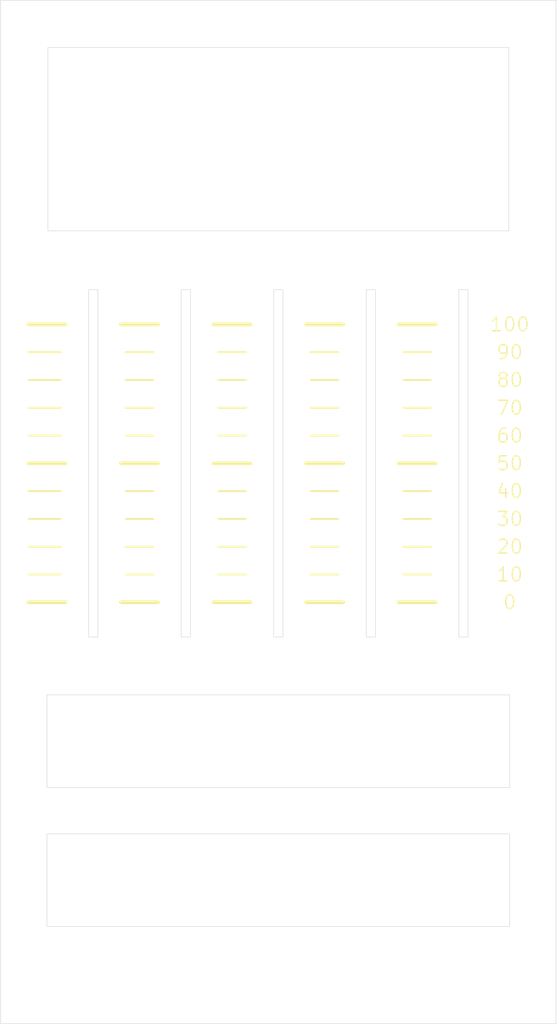
<source format=kicad_pcb>
(kicad_pcb (version 20211014) (generator pcbnew)
  (layers (0 "F.Cu" signal) (31 "B.Cu" signal) (34 "B.Paste" user) (35 "F.Paste" user) (36 "B.SilkS" user "B.Silkscreen") (37 "F.SilkS" user "F.Silkscreen") (38 "B.Mask" user) (39 "F.Mask" user) (44 "Edge.Cuts" user))
  (net 0 "")
  (footprint "MountingHole:MountingHole_3.2mm_M3_DIN965" (layer "F.Cu") (at 155 220)
    (fp_text reference "H4" hide)
    (fp_text value "MountingHole")
    (pad "" np_thru_hole circle (at 0 0) (size 3.2 3.2) (drill 3.2) (layers *.Cu *.Mask))
  )
  (footprint "MountingHole:MountingHole_3.2mm_M3_DIN965" (layer "F.Cu") (at 155.08 195)
    (fp_text reference "H3" hide)
    (fp_text value "MountingHole")
    (pad "" np_thru_hole circle (at 0 0) (size 3.2 3.2) (drill 3.2) (layers *.Cu *.Mask))
  )
  (footprint "MountingHole:MountingHole_3.2mm_M3_DIN965" (layer "F.Cu") (at 45 10)
    (fp_text reference "H4" hide)
    (fp_text value "MountingHole")
    (pad "" np_thru_hole circle (at 0 0) (size 3.2 3.2) (drill 3.2) (layers *.Cu *.Mask))
  )
  (footprint "MountingHole:MountingHole_3.2mm_M3_DIN965" (layer "F.Cu") (at 155.08 140)
    (fp_text reference "H2" hide)
    (fp_text value "MountingHole")
    (pad "" np_thru_hole circle (at 0 0) (size 3.2 3.2) (drill 3.2) (layers *.Cu *.Mask))
  )
  (footprint "MountingHole:MountingHole_3.2mm_M3_DIN965" (layer "F.Cu") (at 45.08 140)
    (fp_text reference "H1" hide)
    (fp_text value "MountingHole")
    (pad "" np_thru_hole circle (at 0 0) (size 3.2 3.2) (drill 3.2) (layers *.Cu *.Mask))
  )
  (footprint "MountingHole:MountingHole_3.2mm_M3_DIN965" (layer "F.Cu") (at 155 10)
    (fp_text reference "H4" hide)
    (fp_text value "MountingHole")
    (pad "" np_thru_hole circle (at 0 0) (size 3.2 3.2) (drill 3.2) (layers *.Cu *.Mask))
  )
  (footprint "MountingHole:MountingHole_3.2mm_M3_DIN965" (layer "F.Cu") (at 45 220)
    (fp_text reference "H4" hide)
    (fp_text value "MountingHole")
    (pad "" np_thru_hole circle (at 0 0) (size 3.2 3.2) (drill 3.2) (layers *.Cu *.Mask))
  )
  (footprint "MountingHole:MountingHole_3.2mm_M3_DIN965" (layer "F.Cu") (at 45 195)
    (fp_text reference "H4" hide)
    (fp_text value "MountingHole")
    (pad "" np_thru_hole circle (at 0 0) (size 3.2 3.2) (drill 3.2) (layers *.Cu *.Mask))
  )
  (footprint "MountingHole:MountingHole_3.2mm_M3_DIN965" (layer "F.Cu") (at 155 25)
    (fp_text reference "H5" hide)
    (fp_text value "MountingHole")
    (pad "" np_thru_hole circle (at 0 0) (size 3.2 3.2) (drill 3.2) (layers *.Cu *.Mask))
  )
  (footprint "MountingHole:MountingHole_3.2mm_M3_DIN965" (layer "F.Cu") (at 45 25)
    (fp_text reference "H6" hide)
    (fp_text value "MountingHole")
    (pad "" np_thru_hole circle (at 0 0) (size 3.2 3.2) (drill 3.2) (layers *.Cu *.Mask))
  )
  (gr_line (start 126 135) (end 134 135) (layer "F.SilkS") (width 0.8))
  (gr_line (start 67 99) (end 73 99) (layer "F.SilkS") (width 0.4))
  (gr_line (start 67 123) (end 73 123) (layer "F.SilkS") (width 0.4))
  (gr_line (start 67 93) (end 73 93) (layer "F.SilkS") (width 0.4))
  (gr_line (start 86 75) (end 94 75) (layer "F.SilkS") (width 0.8))
  (gr_line (start 46 129) (end 53 129) (layer "F.SilkS") (width 0.4))
  (gr_line (start 87 81) (end 93 81) (layer "F.SilkS") (width 0.4))
  (gr_line (start 107 111) (end 113 111) (layer "F.SilkS") (width 0.4))
  (gr_line (start 107 99) (end 113 99) (layer "F.SilkS") (width 0.4))
  (gr_line (start 66 75) (end 74 75) (layer "F.SilkS") (width 0.8))
  (gr_line (start 127 99) (end 133 99) (layer "F.SilkS") (width 0.4))
  (gr_line (start 46 111) (end 53 111) (layer "F.SilkS") (width 0.4))
  (gr_line (start 87 129) (end 93 129) (layer "F.SilkS") (width 0.4))
  (gr_line (start 46 123) (end 53 123) (layer "F.SilkS") (width 0.4))
  (gr_line (start 46 87) (end 53 87) (layer "F.SilkS") (width 0.4))
  (gr_line (start 46 93) (end 53 93) (layer "F.SilkS") (width 0.4))
  (gr_line (start 127 93) (end 133 93) (layer "F.SilkS") (width 0.4))
  (gr_line (start 107 93) (end 113 93) (layer "F.SilkS") (width 0.4))
  (gr_line (start 87 87) (end 93 87) (layer "F.SilkS") (width 0.4))
  (gr_line (start 87 111) (end 93 111) (layer "F.SilkS") (width 0.4))
  (gr_line (start 127 87) (end 133 87) (layer "F.SilkS") (width 0.4))
  (gr_line (start 87 93) (end 93 93) (layer "F.SilkS") (width 0.4))
  (gr_line (start 106 135) (end 114 135) (layer "F.SilkS") (width 0.8))
  (gr_line (start 106 75) (end 114 75) (layer "F.SilkS") (width 0.8))
  (gr_line (start 127 123) (end 133 123) (layer "F.SilkS") (width 0.4))
  (gr_line (start 127 81) (end 133 81) (layer "F.SilkS") (width 0.4))
  (gr_line (start 126 75) (end 134 75) (layer "F.SilkS") (width 0.8))
  (gr_line (start 127 117) (end 133 117) (layer "F.SilkS") (width 0.4))
  (gr_line (start 107 81) (end 113 81) (layer "F.SilkS") (width 0.4))
  (gr_line (start 66 105) (end 74 105) (layer "F.SilkS") (width 0.8))
  (gr_line (start 66 135) (end 74 135) (layer "F.SilkS") (width 0.8))
  (gr_line (start 106 105) (end 114 105) (layer "F.SilkS") (width 0.8))
  (gr_line (start 107 129) (end 113 129) (layer "F.SilkS") (width 0.4))
  (gr_line (start 46 99) (end 53 99) (layer "F.SilkS") (width 0.4))
  (gr_line (start 46 105) (end 54 105) (layer "F.SilkS") (width 0.8))
  (gr_line (start 87 117) (end 93 117) (layer "F.SilkS") (width 0.4))
  (gr_line (start 107 87) (end 113 87) (layer "F.SilkS") (width 0.4))
  (gr_line (start 127 129) (end 133 129) (layer "F.SilkS") (width 0.4))
  (gr_line (start 127 111) (end 133 111) (layer "F.SilkS") (width 0.4))
  (gr_line (start 46 81) (end 53 81) (layer "F.SilkS") (width 0.4))
  (gr_line (start 46 135) (end 54 135) (layer "F.SilkS") (width 0.8))
  (gr_line (start 67 81) (end 73 81) (layer "F.SilkS") (width 0.4))
  (gr_line (start 126 105) (end 134 105) (layer "F.SilkS") (width 0.8))
  (gr_line (start 46 75) (end 54 75) (layer "F.SilkS") (width 0.8))
  (gr_line (start 67 111) (end 73 111) (layer "F.SilkS") (width 0.4))
  (gr_line (start 107 117) (end 113 117) (layer "F.SilkS") (width 0.4))
  (gr_line (start 107 123) (end 113 123) (layer "F.SilkS") (width 0.4))
  (gr_line (start 87 99) (end 93 99) (layer "F.SilkS") (width 0.4))
  (gr_line (start 86 105) (end 94 105) (layer "F.SilkS") (width 0.8))
  (gr_line (start 67 87) (end 73 87) (layer "F.SilkS") (width 0.4))
  (gr_line (start 87 123) (end 93 123) (layer "F.SilkS") (width 0.4))
  (gr_line (start 46 117) (end 53 117) (layer "F.SilkS") (width 0.4))
  (gr_line (start 67 129) (end 73 129) (layer "F.SilkS") (width 0.4))
  (gr_line (start 67 117) (end 73 117) (layer "F.SilkS") (width 0.4))
  (gr_line (start 86 135) (end 94 135) (layer "F.SilkS") (width 0.8))
  (gr_rect (start 59 67.5) (end 61 142.5) (layer "Edge.Cuts") (width 0.1) (fill none))
  (gr_rect (start 139 67.5) (end 141 142.5) (layer "Edge.Cuts") (width 0.1) (fill none))
  (gr_rect (start 150 185) (end 50 205) (layer "Edge.Cuts") (width 0.1) (fill none))
  (gr_rect (start 79 142.5) (end 81 67.5) (layer "Edge.Cuts") (width 0.1) (fill none))
  (gr_rect (start 50 155) (end 150 175) (layer "Edge.Cuts") (width 0.1) (fill none))
  (gr_rect (start 119 142.5) (end 121 67.5) (layer "Edge.Cuts") (width 0.1) (fill none))
  (gr_rect (start 40 5) (end 160 226) (layer "Edge.Cuts") (width 0.1) (fill none))
  (gr_rect (start 99 67.5) (end 101 142.5) (layer "Edge.Cuts") (width 0.1) (fill none))
  (gr_rect (start 50.2 15.2) (end 149.8 54.8) (layer "Edge.Cuts") (width 0.1) (fill none))
  (gr_text "40" (at 150 111) (layer "F.SilkS") (effects (font (size 3 3) (thickness 0.3))))
  (gr_text "80" (at 150 87) (layer "F.SilkS") (effects (font (size 3 3) (thickness 0.3))))
  (gr_text "90" (at 150 81) (layer "F.SilkS") (effects (font (size 3 3) (thickness 0.3))))
  (gr_text "70" (at 150 93) (layer "F.SilkS") (effects (font (size 3 3) (thickness 0.3))))
  (gr_text "60" (at 150 99) (layer "F.SilkS") (effects (font (size 3 3) (thickness 0.3))))
  (gr_text "0" (at 150 135) (layer "F.SilkS") (effects (font (size 3 3) (thickness 0.3))))
  (gr_text "100" (at 150 75) (layer "F.SilkS") (effects (font (size 3 3) (thickness 0.3))))
  (gr_text "50" (at 150 105) (layer "F.SilkS") (effects (font (size 3 3) (thickness 0.3))))
  (gr_text "30" (at 150 117) (layer "F.SilkS") (effects (font (size 3 3) (thickness 0.3))))
  (gr_text "10" (at 150 129) (layer "F.SilkS") (effects (font (size 3 3) (thickness 0.3))))
  (gr_text "20" (at 150 123) (layer "F.SilkS") (effects (font (size 3 3) (thickness 0.3))))
)
</source>
